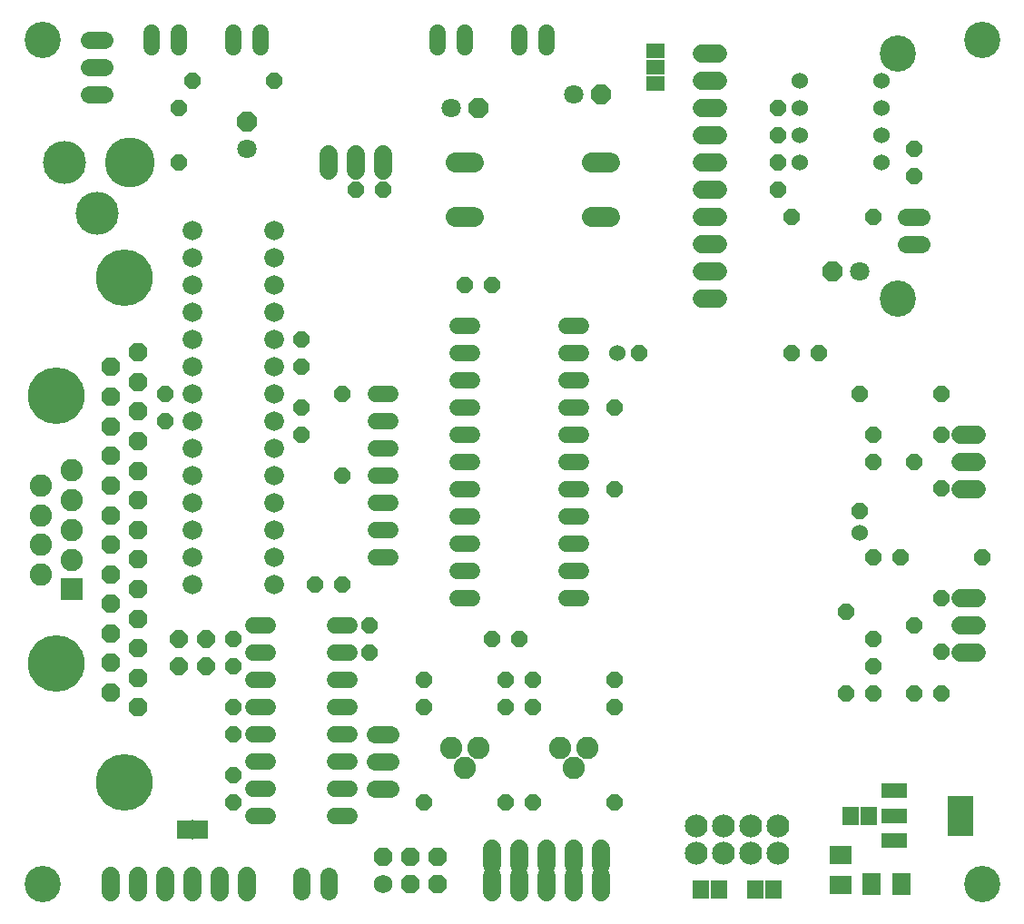
<source format=gts>
G75*
%MOIN*%
%OFA0B0*%
%FSLAX24Y24*%
%IPPOS*%
%LPD*%
%AMOC8*
5,1,8,0,0,1.08239X$1,22.5*
%
%ADD10C,0.1330*%
%ADD11OC8,0.0600*%
%ADD12C,0.0600*%
%ADD13R,0.0710X0.0540*%
%ADD14C,0.0680*%
%ADD15C,0.0680*%
%ADD16OC8,0.0680*%
%ADD17C,0.0720*%
%ADD18C,0.2080*%
%ADD19C,0.1830*%
%ADD20C,0.1580*%
%ADD21C,0.0740*%
%ADD22OC8,0.0640*%
%ADD23C,0.0640*%
%ADD24OC8,0.0710*%
%ADD25C,0.0710*%
%ADD26C,0.0600*%
%ADD27C,0.0840*%
%ADD28R,0.0960X0.0560*%
%ADD29R,0.0946X0.1497*%
%ADD30R,0.0789X0.0710*%
%ADD31R,0.0710X0.0789*%
%ADD32R,0.0592X0.0671*%
%ADD33R,0.0820X0.0820*%
%ADD34C,0.0820*%
%ADD35R,0.0540X0.0710*%
%ADD36R,0.0060X0.0720*%
D10*
X005863Y001680D03*
X037263Y023180D03*
X037263Y032180D03*
X040363Y032680D03*
X005863Y032680D03*
X040363Y001680D03*
D11*
X038863Y008680D03*
X037863Y008680D03*
X036363Y008680D03*
X035363Y008680D03*
X036363Y009680D03*
X036363Y010680D03*
X035363Y011680D03*
X037863Y011180D03*
X038863Y010190D03*
X038863Y012170D03*
X037363Y013680D03*
X036363Y013680D03*
X035863Y015380D03*
X036363Y017180D03*
X036363Y018180D03*
X037863Y017180D03*
X038863Y016190D03*
X038863Y018170D03*
X038863Y019680D03*
X035863Y019680D03*
X034363Y021180D03*
X033363Y021180D03*
X027763Y021180D03*
X026863Y019180D03*
X026863Y016180D03*
X023363Y010680D03*
X022363Y010680D03*
X022863Y009180D03*
X023863Y009180D03*
X023863Y008180D03*
X022863Y008180D03*
X019863Y008180D03*
X019863Y009180D03*
X017863Y010180D03*
X017863Y011180D03*
X016863Y012680D03*
X015863Y012680D03*
X012863Y010680D03*
X012863Y009680D03*
X012863Y008180D03*
X012863Y007180D03*
X012863Y005680D03*
X012863Y004680D03*
X019863Y004680D03*
X022863Y004680D03*
X023863Y004680D03*
X026863Y004680D03*
X026863Y008180D03*
X026863Y009180D03*
X016863Y016680D03*
X015363Y018180D03*
X015363Y019180D03*
X016863Y019680D03*
X015363Y020680D03*
X015363Y021680D03*
X010363Y019680D03*
X010363Y018680D03*
X017363Y027180D03*
X018363Y027180D03*
X021363Y023680D03*
X022363Y023680D03*
X014363Y031180D03*
X011363Y031180D03*
X010863Y030180D03*
X010863Y028180D03*
X032863Y028180D03*
X032863Y027180D03*
X033363Y026180D03*
X036363Y026180D03*
X037863Y027680D03*
X037863Y028680D03*
X032863Y029180D03*
X032863Y030180D03*
X040363Y013680D03*
D12*
X025623Y013180D02*
X025103Y013180D01*
X025103Y012180D02*
X025623Y012180D01*
X025623Y014180D02*
X025103Y014180D01*
X025103Y015180D02*
X025623Y015180D01*
X025623Y016180D02*
X025103Y016180D01*
X025103Y017180D02*
X025623Y017180D01*
X025623Y018180D02*
X025103Y018180D01*
X025103Y019180D02*
X025623Y019180D01*
X025623Y020180D02*
X025103Y020180D01*
X025103Y021180D02*
X025623Y021180D01*
X025623Y022180D02*
X025103Y022180D01*
X021623Y022180D02*
X021103Y022180D01*
X021103Y021180D02*
X021623Y021180D01*
X021623Y020180D02*
X021103Y020180D01*
X021103Y019180D02*
X021623Y019180D01*
X021623Y018180D02*
X021103Y018180D01*
X021103Y017180D02*
X021623Y017180D01*
X021623Y016180D02*
X021103Y016180D01*
X021103Y015180D02*
X021623Y015180D01*
X021623Y014180D02*
X021103Y014180D01*
X021103Y013180D02*
X021623Y013180D01*
X021623Y012180D02*
X021103Y012180D01*
X018623Y013680D02*
X018103Y013680D01*
X018103Y014680D02*
X018623Y014680D01*
X018623Y015680D02*
X018103Y015680D01*
X018103Y016680D02*
X018623Y016680D01*
X018623Y017680D02*
X018103Y017680D01*
X018103Y018680D02*
X018623Y018680D01*
X018623Y019680D02*
X018103Y019680D01*
X017123Y011180D02*
X016603Y011180D01*
X016603Y010180D02*
X017123Y010180D01*
X017123Y009180D02*
X016603Y009180D01*
X016603Y008180D02*
X017123Y008180D01*
X017123Y007180D02*
X016603Y007180D01*
X016603Y006180D02*
X017123Y006180D01*
X017123Y005180D02*
X016603Y005180D01*
X016603Y004180D02*
X017123Y004180D01*
X014123Y004180D02*
X013603Y004180D01*
X013603Y005180D02*
X014123Y005180D01*
X014123Y006180D02*
X013603Y006180D01*
X013603Y007180D02*
X014123Y007180D01*
X014123Y008180D02*
X013603Y008180D01*
X013603Y009180D02*
X014123Y009180D01*
X014123Y010180D02*
X013603Y010180D01*
X013603Y011180D02*
X014123Y011180D01*
X013863Y032420D02*
X013863Y032940D01*
X012863Y032940D02*
X012863Y032420D01*
X010863Y032420D02*
X010863Y032940D01*
X009863Y032940D02*
X009863Y032420D01*
X020363Y032420D02*
X020363Y032940D01*
X021363Y032940D02*
X021363Y032420D01*
X023363Y032420D02*
X023363Y032940D01*
X024363Y032940D02*
X024363Y032420D01*
D13*
X028363Y032280D03*
X028363Y031680D03*
X028363Y031080D03*
D14*
X030063Y031180D02*
X030663Y031180D01*
X030663Y030180D02*
X030063Y030180D01*
X030063Y029180D02*
X030663Y029180D01*
X030663Y028180D02*
X030063Y028180D01*
X030063Y027180D02*
X030663Y027180D01*
X030663Y026180D02*
X030063Y026180D01*
X030063Y025180D02*
X030663Y025180D01*
X030663Y024180D02*
X030063Y024180D01*
X030063Y023180D02*
X030663Y023180D01*
X039563Y018180D02*
X040163Y018180D01*
X040163Y017180D02*
X039563Y017180D01*
X039563Y016180D02*
X040163Y016180D01*
X040163Y012180D02*
X039563Y012180D01*
X039563Y011180D02*
X040163Y011180D01*
X040163Y010180D02*
X039563Y010180D01*
X026363Y002980D02*
X026363Y002380D01*
X026363Y001980D02*
X026363Y001380D01*
X025363Y001380D02*
X025363Y001980D01*
X025363Y002380D02*
X025363Y002980D01*
X024363Y002980D02*
X024363Y002380D01*
X024363Y001980D02*
X024363Y001380D01*
X023363Y001380D02*
X023363Y001980D01*
X023363Y002380D02*
X023363Y002980D01*
X022363Y002980D02*
X022363Y002380D01*
X022363Y001980D02*
X022363Y001380D01*
X013363Y001380D02*
X013363Y001980D01*
X012363Y001980D02*
X012363Y001380D01*
X011363Y001380D02*
X011363Y001980D01*
X010363Y001980D02*
X010363Y001380D01*
X009363Y001380D02*
X009363Y001980D01*
X008363Y001980D02*
X008363Y001380D01*
X016363Y027880D02*
X016363Y028480D01*
X017363Y028480D02*
X017363Y027880D01*
X018363Y027880D02*
X018363Y028480D01*
X030063Y032180D02*
X030663Y032180D01*
D15*
X018363Y001680D03*
D16*
X019363Y001680D03*
X019363Y002680D03*
X018363Y002680D03*
X020363Y002680D03*
X020363Y001680D03*
X009363Y008160D03*
X008363Y008700D03*
X009363Y009250D03*
X008363Y009790D03*
X009363Y010330D03*
X008363Y010880D03*
X009363Y011420D03*
X008363Y011960D03*
X009363Y012510D03*
X008363Y013050D03*
X009363Y013590D03*
X008363Y014140D03*
X009363Y014680D03*
X008363Y015220D03*
X009363Y015770D03*
X008363Y016310D03*
X009363Y016850D03*
X008363Y017400D03*
X009363Y017940D03*
X008363Y018480D03*
X009363Y019030D03*
X008363Y019570D03*
X009363Y020110D03*
X008363Y020660D03*
X009363Y021200D03*
D17*
X011363Y021680D03*
X011363Y022680D03*
X011363Y023680D03*
X011363Y024680D03*
X011363Y025680D03*
X014363Y025680D03*
X014363Y024680D03*
X014363Y023680D03*
X014363Y022680D03*
X014363Y021680D03*
X014363Y020680D03*
X014363Y019680D03*
X014363Y018680D03*
X014363Y017680D03*
X014363Y016680D03*
X014363Y015680D03*
X014363Y014680D03*
X014363Y013680D03*
X014363Y012680D03*
X011363Y012680D03*
X011363Y013680D03*
X011363Y014680D03*
X011363Y015680D03*
X011363Y016680D03*
X011363Y017680D03*
X011363Y018680D03*
X011363Y019680D03*
X011363Y020680D03*
D18*
X008863Y023940D03*
X006363Y019601D03*
X006363Y009759D03*
X008863Y005420D03*
D19*
X009084Y028180D03*
D20*
X007863Y026290D03*
X006682Y028180D03*
D21*
X021033Y028180D02*
X021693Y028180D01*
X021693Y026180D02*
X021033Y026180D01*
X026033Y026180D02*
X026693Y026180D01*
X026693Y028180D02*
X026033Y028180D01*
D22*
X011863Y010680D03*
X010863Y010680D03*
X010863Y009680D03*
X011863Y009680D03*
D23*
X018083Y007180D02*
X018643Y007180D01*
X018643Y006180D02*
X018083Y006180D01*
X018083Y005180D02*
X018643Y005180D01*
X016363Y001960D02*
X016363Y001400D01*
X015363Y001400D02*
X015363Y001960D01*
X037583Y025180D02*
X038143Y025180D01*
X038143Y026180D02*
X037583Y026180D01*
X008143Y030680D02*
X007583Y030680D01*
X007583Y031680D02*
X008143Y031680D01*
X008143Y032680D02*
X007583Y032680D01*
D24*
X013363Y029680D03*
X021863Y030180D03*
X026363Y030680D03*
X034863Y024180D03*
D25*
X035863Y024180D03*
X025363Y030680D03*
X020863Y030180D03*
X013363Y028680D03*
D26*
X026963Y021180D03*
X033663Y028180D03*
X033663Y029180D03*
X033663Y030180D03*
X033663Y031180D03*
X036663Y031180D03*
X036663Y030180D03*
X036663Y029180D03*
X036663Y028180D03*
X035863Y014580D03*
D27*
X032863Y003798D03*
X031863Y003798D03*
X030863Y003798D03*
X029863Y003798D03*
X029863Y002798D03*
X030863Y002798D03*
X031863Y002798D03*
X032863Y002798D03*
D28*
X037143Y003270D03*
X037143Y004180D03*
X037143Y005090D03*
D29*
X039583Y004180D03*
D30*
X035163Y002731D03*
X035163Y001629D03*
D31*
X036312Y001680D03*
X037414Y001680D03*
D32*
X036198Y004180D03*
X035529Y004180D03*
X032698Y001480D03*
X032029Y001480D03*
X030698Y001480D03*
X030029Y001480D03*
D33*
X006922Y012499D03*
D34*
X005804Y013046D03*
X005804Y014137D03*
X005804Y015223D03*
X006922Y014680D03*
X006922Y013589D03*
X006922Y015771D03*
X006922Y016861D03*
X005804Y016314D03*
X020863Y006680D03*
X021363Y005930D03*
X021863Y006680D03*
X024863Y006680D03*
X025363Y005930D03*
X025863Y006680D03*
D35*
X011663Y003680D03*
X011063Y003680D03*
D36*
X011363Y003680D03*
M02*

</source>
